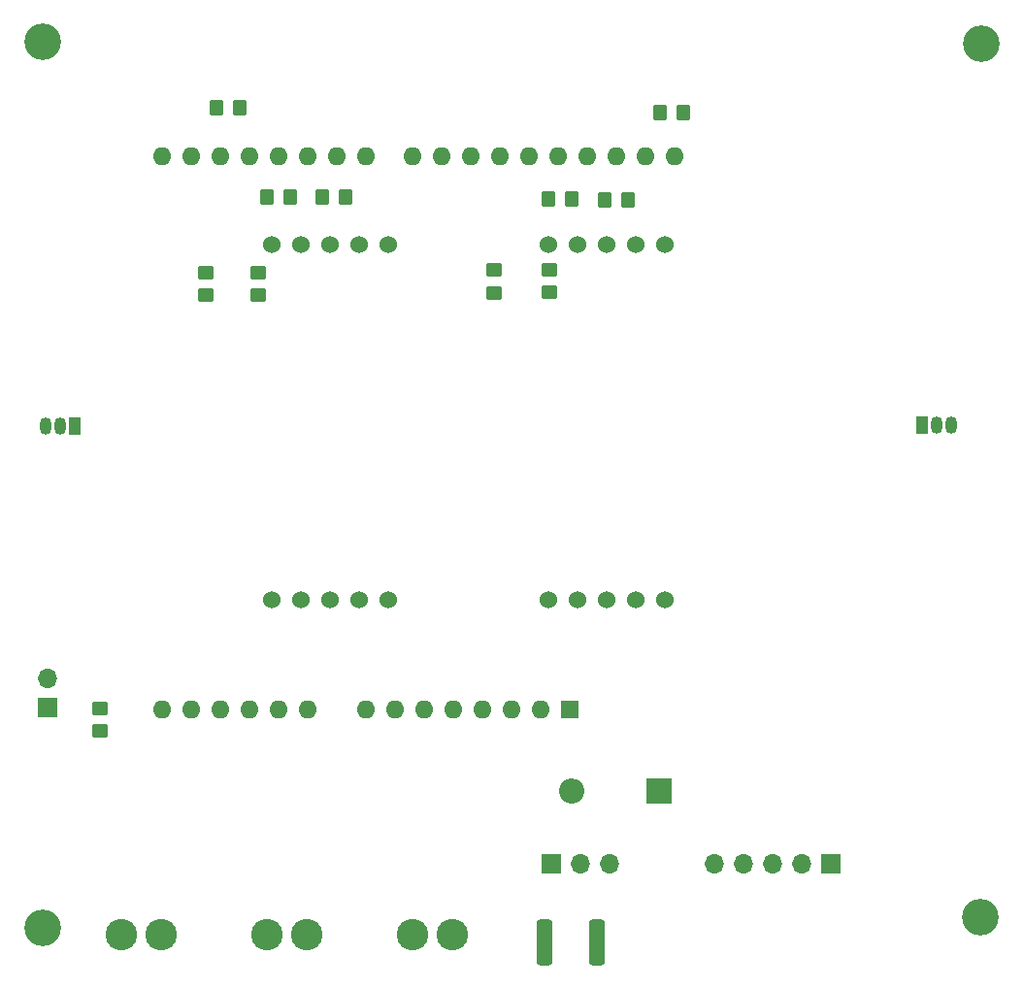
<source format=gbr>
%TF.GenerationSoftware,KiCad,Pcbnew,7.0.2*%
%TF.CreationDate,2023-04-27T19:49:05+02:00*%
%TF.ProjectId,CherrycountPCB,43686572-7279-4636-9f75-6e745043422e,rev?*%
%TF.SameCoordinates,Original*%
%TF.FileFunction,Soldermask,Top*%
%TF.FilePolarity,Negative*%
%FSLAX46Y46*%
G04 Gerber Fmt 4.6, Leading zero omitted, Abs format (unit mm)*
G04 Created by KiCad (PCBNEW 7.0.2) date 2023-04-27 19:49:05*
%MOMM*%
%LPD*%
G01*
G04 APERTURE LIST*
G04 Aperture macros list*
%AMRoundRect*
0 Rectangle with rounded corners*
0 $1 Rounding radius*
0 $2 $3 $4 $5 $6 $7 $8 $9 X,Y pos of 4 corners*
0 Add a 4 corners polygon primitive as box body*
4,1,4,$2,$3,$4,$5,$6,$7,$8,$9,$2,$3,0*
0 Add four circle primitives for the rounded corners*
1,1,$1+$1,$2,$3*
1,1,$1+$1,$4,$5*
1,1,$1+$1,$6,$7*
1,1,$1+$1,$8,$9*
0 Add four rect primitives between the rounded corners*
20,1,$1+$1,$2,$3,$4,$5,0*
20,1,$1+$1,$4,$5,$6,$7,0*
20,1,$1+$1,$6,$7,$8,$9,0*
20,1,$1+$1,$8,$9,$2,$3,0*%
G04 Aperture macros list end*
%ADD10C,3.200000*%
%ADD11RoundRect,0.250000X-0.350000X-0.450000X0.350000X-0.450000X0.350000X0.450000X-0.350000X0.450000X0*%
%ADD12RoundRect,0.250000X-0.450000X0.350000X-0.450000X-0.350000X0.450000X-0.350000X0.450000X0.350000X0*%
%ADD13R,1.700000X1.700000*%
%ADD14O,1.700000X1.700000*%
%ADD15R,1.050000X1.500000*%
%ADD16O,1.050000X1.500000*%
%ADD17C,2.743200*%
%ADD18RoundRect,0.249750X-0.425250X-1.750250X0.425250X-1.750250X0.425250X1.750250X-0.425250X1.750250X0*%
%ADD19RoundRect,0.250000X0.450000X-0.350000X0.450000X0.350000X-0.450000X0.350000X-0.450000X-0.350000X0*%
%ADD20R,1.600000X1.600000*%
%ADD21O,1.600000X1.600000*%
%ADD22R,2.200000X2.200000*%
%ADD23O,2.200000X2.200000*%
%ADD24RoundRect,0.250000X0.350000X0.450000X-0.350000X0.450000X-0.350000X-0.450000X0.350000X-0.450000X0*%
%ADD25C,1.524000*%
G04 APERTURE END LIST*
D10*
%TO.C,REF\u002A\u002A*%
X89300000Y-57700000D03*
%TD*%
%TO.C,REF\u002A\u002A*%
X89300000Y-135000000D03*
%TD*%
%TO.C,REF\u002A\u002A*%
X171100000Y-134000000D03*
%TD*%
%TO.C,REF\u002A\u002A*%
X171200000Y-57800000D03*
%TD*%
D11*
%TO.C,R9*%
X143176000Y-63818000D03*
X145176000Y-63818000D03*
%TD*%
%TO.C,R8*%
X133412000Y-71417000D03*
X135412000Y-71417000D03*
%TD*%
D12*
%TO.C,R2*%
X108092000Y-77788000D03*
X108092000Y-79788000D03*
%TD*%
D13*
%TO.C,J2*%
X133642000Y-129350000D03*
D14*
X136182000Y-129350000D03*
X138722000Y-129350000D03*
%TD*%
D15*
%TO.C,Q1*%
X165990000Y-91110000D03*
D16*
X167260000Y-91110000D03*
X168530000Y-91110000D03*
%TD*%
D11*
%TO.C,R3*%
X108886000Y-71184000D03*
X110886000Y-71184000D03*
%TD*%
D17*
%TO.C,J4*%
X121560000Y-135560000D03*
X125060000Y-135560000D03*
%TD*%
D12*
%TO.C,R1*%
X103520000Y-77788000D03*
X103520000Y-79788000D03*
%TD*%
D18*
%TO.C,F1*%
X133110000Y-136250000D03*
X137610000Y-136250000D03*
%TD*%
D15*
%TO.C,Q2*%
X92090000Y-91160000D03*
D16*
X90820000Y-91160000D03*
X89550000Y-91160000D03*
%TD*%
D17*
%TO.C,J5*%
X108860000Y-135560000D03*
X112360000Y-135560000D03*
%TD*%
D19*
%TO.C,R11*%
X94270000Y-117800000D03*
X94270000Y-115800000D03*
%TD*%
D12*
%TO.C,R7*%
X128666000Y-77566000D03*
X128666000Y-79566000D03*
%TD*%
D17*
%TO.C,J6*%
X96160000Y-135560000D03*
X99660000Y-135560000D03*
%TD*%
D13*
%TO.C,J3*%
X158026000Y-129350000D03*
D14*
X155486000Y-129350000D03*
X152946000Y-129350000D03*
X150406000Y-129350000D03*
X147866000Y-129350000D03*
%TD*%
D13*
%TO.C,J1*%
X89680000Y-115750000D03*
D14*
X89680000Y-113210000D03*
%TD*%
D20*
%TO.C,A1*%
X135270000Y-115888000D03*
D21*
X132730000Y-115888000D03*
X130190000Y-115888000D03*
X127650000Y-115888000D03*
X125110000Y-115888000D03*
X122570000Y-115888000D03*
X120030000Y-115888000D03*
X117490000Y-115888000D03*
X112410000Y-115888000D03*
X109870000Y-115888000D03*
X107330000Y-115888000D03*
X104790000Y-115888000D03*
X102250000Y-115888000D03*
X99710000Y-115888000D03*
X99710000Y-67628000D03*
X102250000Y-67628000D03*
X104790000Y-67628000D03*
X107330000Y-67628000D03*
X109870000Y-67628000D03*
X112410000Y-67628000D03*
X114950000Y-67628000D03*
X117490000Y-67628000D03*
X121550000Y-67628000D03*
X124090000Y-67628000D03*
X126630000Y-67628000D03*
X129170000Y-67628000D03*
X131710000Y-67628000D03*
X134250000Y-67628000D03*
X136790000Y-67628000D03*
X139330000Y-67628000D03*
X141870000Y-67628000D03*
X144410000Y-67628000D03*
%TD*%
D12*
%TO.C,R6*%
X133492000Y-77534000D03*
X133492000Y-79534000D03*
%TD*%
D11*
%TO.C,R5*%
X138350000Y-71438000D03*
X140350000Y-71438000D03*
%TD*%
D22*
%TO.C,D1*%
X143040000Y-123000000D03*
D23*
X135420000Y-123000000D03*
%TD*%
D11*
%TO.C,R4*%
X113712000Y-71184000D03*
X115712000Y-71184000D03*
%TD*%
D24*
%TO.C,R10*%
X106452000Y-63417000D03*
X104452000Y-63417000D03*
%TD*%
D25*
%TO.C,AFF1*%
X143600000Y-75337000D03*
X141060000Y-75337000D03*
X138520000Y-75337000D03*
X135980000Y-75337000D03*
X133440000Y-75337000D03*
X143600000Y-106337000D03*
X141060000Y-106337000D03*
X138520000Y-106337000D03*
X135980000Y-106337000D03*
X133440000Y-106337000D03*
%TD*%
%TO.C,AFF2*%
X119437000Y-75337000D03*
X116897000Y-75337000D03*
X114357000Y-75337000D03*
X111817000Y-75337000D03*
X109277000Y-75337000D03*
X119437000Y-106337000D03*
X116897000Y-106337000D03*
X114357000Y-106337000D03*
X111817000Y-106337000D03*
X109277000Y-106337000D03*
%TD*%
M02*

</source>
